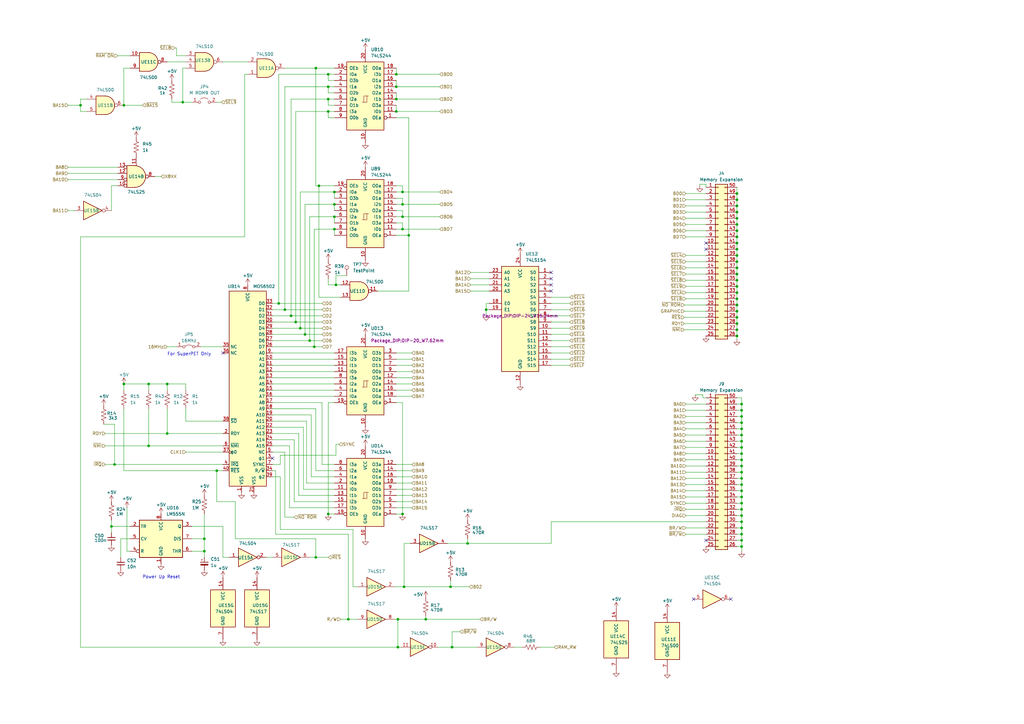
<source format=kicad_sch>
(kicad_sch (version 20250114) (generator "eeschema") (generator_version "9.0")
  (paper "A3")
  (title_block (title "CPU & Memory Expansion") (rev "E") (company "Commodore") (comment 1 "8032081-01") (comment 2 "Login Diagram Universal Dynamic PET") (comment 3 "http://www.zimmers.net/anonftp/pub/cbm/schematics/computers/pet/univ/8032081-01.gif"))
  (text "For SuperPET Only" (at 68.58 146.05 0) (effects (font (size 1.27 1.27)) (justify left bottom)))
  (text "Power Up Reset" (at 58.42 237.49 0) (effects (font (size 1.27 1.27)) (justify left bottom)))
  (junction (at 129.54 27.94))
  (junction (at 302.26 117.475))
  (junction (at 304.165 216.535))
  (junction (at 304.165 213.995))
  (junction (at 137.16 78.74))
  (junction (at 137.16 83.82))
  (junction (at 162.56 30.48))
  (junction (at 162.56 45.72))
  (junction (at 127 139.7))
  (junction (at 162.56 35.56))
  (junction (at 304.165 180.975))
  (junction (at 304.165 221.615))
  (junction (at 304.165 193.675))
  (junction (at 304.165 206.375))
  (junction (at 302.26 122.555))
  (junction (at 174.625 254))
  (junction (at 142.875 254))
  (junction (at 304.165 198.755))
  (junction (at 125.095 137.16))
  (junction (at 191.77 222.885))
  (junction (at 302.26 107.315))
  (junction (at 302.26 81.915))
  (junction (at 116.84 127))
  (junction (at 185.42 265.43))
  (junction (at 304.165 175.895))
  (junction (at 304.165 196.215))
  (junction (at 121.285 132.08))
  (junction (at 304.165 178.435))
  (junction (at 302.26 89.535))
  (junction (at 137.795 116.84))
  (junction (at 83.82 226.06))
  (junction (at 302.26 92.075))
  (junction (at 302.26 102.235))
  (junction (at 302.26 130.175))
  (junction (at 304.165 224.155))
  (junction (at 302.26 79.375))
  (junction (at 167.64 96.52))
  (junction (at 302.26 132.715))
  (junction (at 302.26 135.255))
  (junction (at 304.165 203.835))
  (junction (at 134.62 35.56))
  (junction (at 130.81 76.2))
  (junction (at 184.785 240.665))
  (junction (at 163.195 265.43))
  (junction (at 304.165 165.735))
  (junction (at 304.165 183.515))
  (junction (at 304.165 191.135))
  (junction (at 199.39 127))
  (junction (at 60.96 157.48))
  (junction (at 128.905 142.24))
  (junction (at 302.26 137.795))
  (junction (at 165.1 210.82))
  (junction (at 165.735 240.665))
  (junction (at 302.26 94.615))
  (junction (at 137.16 88.9))
  (junction (at 123.19 134.62))
  (junction (at 165.1 88.9))
  (junction (at 60.96 182.88))
  (junction (at 304.165 208.915))
  (junction (at 304.165 188.595))
  (junction (at 304.165 219.075))
  (junction (at 304.165 211.455))
  (junction (at 45.72 215.9))
  (junction (at 129.54 228.6))
  (junction (at 46.99 190.5))
  (junction (at 302.26 112.395))
  (junction (at 302.26 127.635))
  (junction (at 119.38 129.54))
  (junction (at 302.26 86.995))
  (junction (at 304.165 201.295))
  (junction (at 134.62 40.64))
  (junction (at 302.26 97.155))
  (junction (at 83.82 220.98))
  (junction (at 162.56 40.64))
  (junction (at 134.62 30.48))
  (junction (at 134.62 45.72))
  (junction (at 114.3 124.46))
  (junction (at 137.16 93.98))
  (junction (at 68.58 177.8))
  (junction (at 302.26 114.935))
  (junction (at 304.165 170.815))
  (junction (at 165.1 83.82))
  (junction (at 302.26 125.095))
  (junction (at 74.93 41.91))
  (junction (at 68.58 157.48))
  (junction (at 302.26 84.455))
  (junction (at 33.02 43.18))
  (junction (at 304.165 173.355))
  (junction (at 50.8 43.18))
  (junction (at 302.26 120.015))
  (junction (at 304.165 186.055))
  (junction (at 165.1 93.98))
  (junction (at 163.195 254))
  (junction (at 302.26 109.855))
  (junction (at 302.26 99.695))
  (junction (at 165.1 78.74))
  (junction (at 302.26 104.775))
  (junction (at 50.8 157.48))
  (junction (at 304.165 168.275))
  (junction (at 88.9 193.04))
  (junction (at 134.62 210.82))
  (no_connect (at 226.06 111.76))
  (no_connect (at 289.56 102.235))
  (no_connect (at 289.56 221.615))
  (no_connect (at 111.76 187.96))
  (no_connect (at 299.72 245.745))
  (no_connect (at 226.06 114.3))
  (no_connect (at 289.56 99.695))
  (no_connect (at 226.06 119.38))
  (no_connect (at 284.48 245.745))
  (no_connect (at 91.44 144.78))
  (no_connect (at 226.06 116.84))
  (wire (pts (xy 137.16 76.2) (xy 130.81 76.2)))
  (wire (pts (xy 52.07 208.28) (xy 52.07 226.06)))
  (wire (pts (xy 304.165 193.675) (xy 302.26 193.675)))
  (wire (pts (xy 125.73 198.12) (xy 137.16 198.12)))
  (wire (pts (xy 119.38 129.54) (xy 132.08 129.54)))
  (wire (pts (xy 162.56 38.1) (xy 162.56 40.64)))
  (wire (pts (xy 193.04 116.84) (xy 200.66 116.84)))
  (wire (pts (xy 139.7 121.92) (xy 130.81 121.92)))
  (wire (pts (xy 125.095 137.16) (xy 132.08 137.16)))
  (wire (pts (xy 125.73 172.72) (xy 125.73 198.12)))
  (wire (pts (xy 154.94 119.38) (xy 167.64 119.38)))
  (wire (pts (xy 191.77 222.885) (xy 191.77 220.98)))
  (wire (pts (xy 127 88.9) (xy 137.16 88.9)))
  (wire (pts (xy 304.165 213.995) (xy 302.26 213.995)))
  (wire (pts (xy 111.76 190.5) (xy 114.935 190.5)))
  (wire (pts (xy 281.305 97.155) (xy 289.56 97.155)))
  (wire (pts (xy 281.305 173.355) (xy 289.56 173.355)))
  (wire (pts (xy 165.1 93.98) (xy 162.56 93.98)))
  (wire (pts (xy 168.275 222.885) (xy 165.735 222.885)))
  (wire (pts (xy 162.56 205.74) (xy 168.91 205.74)))
  (wire (pts (xy 165.1 88.9) (xy 162.56 88.9)))
  (wire (pts (xy 302.26 196.215) (xy 304.165 196.215)))
  (wire (pts (xy 123.19 134.62) (xy 132.08 134.62)))
  (wire (pts (xy 304.165 206.375) (xy 304.165 203.835)))
  (wire (pts (xy 114.935 190.5) (xy 114.935 186.69)))
  (wire (pts (xy 137.16 38.1) (xy 134.62 38.1)))
  (wire (pts (xy 302.26 170.815) (xy 304.165 170.815)))
  (wire (pts (xy 48.26 76.2) (xy 45.72 76.2)))
  (wire (pts (xy 134.62 165.1) (xy 137.16 165.1)))
  (wire (pts (xy 163.195 254) (xy 174.625 254)))
  (wire (pts (xy 74.93 27.94) (xy 74.93 41.91)))
  (wire (pts (xy 45.72 215.9) (xy 45.72 213.36)))
  (wire (pts (xy 281.305 104.775) (xy 289.56 104.775)))
  (wire (pts (xy 304.165 208.915) (xy 304.165 206.375)))
  (wire (pts (xy 191.77 222.885) (xy 226.06 222.885)))
  (wire (pts (xy 287.02 75.565) (xy 289.56 75.565)))
  (wire (pts (xy 281.305 165.735) (xy 289.56 165.735)))
  (wire (pts (xy 199.39 128.905) (xy 199.39 127)))
  (wire (pts (xy 127.635 195.58) (xy 137.16 195.58)))
  (wire (pts (xy 111.76 149.86) (xy 137.16 149.86)))
  (wire (pts (xy 165.1 88.9) (xy 180.34 88.9)))
  (wire (pts (xy 165.1 165.1) (xy 162.56 165.1)))
  (wire (pts (xy 162.56 40.64) (xy 180.34 40.64)))
  (wire (pts (xy 304.165 219.075) (xy 302.26 219.075)))
  (wire (pts (xy 302.26 94.615) (xy 302.26 97.155)))
  (wire (pts (xy 121.285 45.72) (xy 134.62 45.72)))
  (wire (pts (xy 137.795 186.69) (xy 137.795 182.245)))
  (wire (pts (xy 226.06 149.86) (xy 233.68 149.86)))
  (wire (pts (xy 33.02 97.155) (xy 100.33 97.155)))
  (wire (pts (xy 162.56 208.28) (xy 168.91 208.28)))
  (wire (pts (xy 139.7 254) (xy 142.875 254)))
  (wire (pts (xy 162.56 160.02) (xy 168.91 160.02)))
  (wire (pts (xy 226.06 213.995) (xy 226.06 222.885)))
  (wire (pts (xy 304.165 173.355) (xy 302.26 173.355)))
  (wire (pts (xy 76.2 167.64) (xy 76.2 172.72)))
  (wire (pts (xy 304.165 219.075) (xy 304.165 216.535)))
  (wire (pts (xy 281.305 196.215) (xy 289.56 196.215)))
  (wire (pts (xy 210.82 265.43) (xy 213.995 265.43)))
  (wire (pts (xy 281.305 89.535) (xy 289.56 89.535)))
  (wire (pts (xy 68.58 142.24) (xy 72.39 142.24)))
  (wire (pts (xy 302.26 92.075) (xy 302.26 94.615)))
  (wire (pts (xy 35.56 40.64) (xy 33.02 40.64)))
  (wire (pts (xy 165.1 210.82) (xy 165.1 165.1)))
  (wire (pts (xy 304.165 216.535) (xy 304.165 213.995)))
  (wire (pts (xy 288.29 161.925) (xy 285.115 161.925)))
  (wire (pts (xy 111.76 170.18) (xy 127.635 170.18)))
  (wire (pts (xy 129.54 193.04) (xy 129.54 167.64)))
  (wire (pts (xy 114.935 217.17) (xy 114.935 195.58)))
  (wire (pts (xy 111.76 127) (xy 116.84 127)))
  (wire (pts (xy 125.095 83.82) (xy 137.16 83.82)))
  (wire (pts (xy 137.16 96.52) (xy 137.16 93.98)))
  (wire (pts (xy 45.72 215.9) (xy 53.34 215.9)))
  (wire (pts (xy 127.635 170.18) (xy 127.635 195.58)))
  (wire (pts (xy 122.555 203.2) (xy 137.16 203.2)))
  (wire (pts (xy 88.9 193.04) (xy 88.9 205.74)))
  (wire (pts (xy 137.795 113.03) (xy 137.795 116.84)))
  (wire (pts (xy 48.26 22.86) (xy 53.34 22.86)))
  (wire (pts (xy 60.96 160.02) (xy 60.96 157.48)))
  (wire (pts (xy 162.56 45.72) (xy 180.34 45.72)))
  (wire (pts (xy 83.82 220.98) (xy 83.82 226.06)))
  (wire (pts (xy 304.165 178.435) (xy 304.165 175.895)))
  (wire (pts (xy 185.42 265.43) (xy 195.58 265.43)))
  (wire (pts (xy 144.78 217.17) (xy 114.935 217.17)))
  (wire (pts (xy 137.16 43.18) (xy 134.62 43.18)))
  (wire (pts (xy 280.67 127.635) (xy 289.56 127.635)))
  (wire (pts (xy 302.26 86.995) (xy 302.26 89.535)))
  (wire (pts (xy 162.56 43.18) (xy 162.56 45.72)))
  (wire (pts (xy 114.3 30.48) (xy 134.62 30.48)))
  (wire (pts (xy 302.26 81.915) (xy 302.26 84.455)))
  (wire (pts (xy 281.305 219.075) (xy 289.56 219.075)))
  (wire (pts (xy 281.305 94.615) (xy 289.56 94.615)))
  (wire (pts (xy 120.65 205.74) (xy 137.16 205.74)))
  (wire (pts (xy 111.76 185.42) (xy 116.84 185.42)))
  (wire (pts (xy 45.72 218.44) (xy 45.72 215.9)))
  (wire (pts (xy 281.305 120.015) (xy 289.56 120.015)))
  (wire (pts (xy 72.39 22.86) (xy 76.2 22.86)))
  (wire (pts (xy 134.62 33.02) (xy 134.62 30.48)))
  (wire (pts (xy 165.735 222.885) (xy 165.735 240.665)))
  (wire (pts (xy 304.165 175.895) (xy 304.165 173.355)))
  (wire (pts (xy 50.8 167.64) (xy 50.8 193.04)))
  (wire (pts (xy 116.84 35.56) (xy 116.84 127)))
  (wire (pts (xy 120.65 205.74) (xy 120.65 180.34)))
  (wire (pts (xy 137.16 93.98) (xy 128.905 93.98)))
  (wire (pts (xy 226.06 124.46) (xy 233.68 124.46)))
  (wire (pts (xy 111.76 137.16) (xy 125.095 137.16)))
  (wire (pts (xy 111.76 162.56) (xy 137.16 162.56)))
  (wire (pts (xy 116.84 27.94) (xy 129.54 27.94)))
  (wire (pts (xy 165.1 78.74) (xy 180.34 78.74)))
  (wire (pts (xy 111.76 160.02) (xy 137.16 160.02)))
  (wire (pts (xy 302.26 130.175) (xy 302.26 132.715)))
  (wire (pts (xy 72.39 19.685) (xy 72.39 22.86)))
  (wire (pts (xy 167.64 119.38) (xy 167.64 96.52)))
  (wire (pts (xy 111.76 144.78) (xy 137.16 144.78)))
  (wire (pts (xy 132.08 190.5) (xy 137.16 190.5)))
  (wire (pts (xy 281.305 178.435) (xy 289.56 178.435)))
  (wire (pts (xy 144.78 240.665) (xy 144.78 217.17)))
  (wire (pts (xy 129.54 167.64) (xy 111.76 167.64)))
  (wire (pts (xy 304.165 173.355) (xy 304.165 170.815)))
  (wire (pts (xy 304.165 193.675) (xy 304.165 191.135)))
  (wire (pts (xy 49.53 228.6) (xy 49.53 220.98)))
  (wire (pts (xy 122.555 177.8) (xy 122.555 203.2)))
  (wire (pts (xy 46.99 173.99) (xy 46.99 190.5)))
  (wire (pts (xy 125.095 137.16) (xy 125.095 83.82)))
  (wire (pts (xy 134.62 43.18) (xy 134.62 40.64)))
  (wire (pts (xy 167.64 48.26) (xy 162.56 48.26)))
  (wire (pts (xy 165.735 240.665) (xy 184.785 240.665)))
  (wire (pts (xy 113.03 193.04) (xy 113.03 219.075)))
  (wire (pts (xy 226.06 129.54) (xy 233.68 129.54)))
  (wire (pts (xy 281.305 186.055) (xy 289.56 186.055)))
  (wire (pts (xy 164.465 265.43) (xy 163.195 265.43)))
  (wire (pts (xy 134.62 38.1) (xy 134.62 35.56)))
  (wire (pts (xy 302.26 201.295) (xy 304.165 201.295)))
  (wire (pts (xy 82.55 142.24) (xy 91.44 142.24)))
  (wire (pts (xy 100.33 30.48) (xy 101.6 30.48)))
  (wire (pts (xy 281.305 201.295) (xy 289.56 201.295)))
  (wire (pts (xy 304.165 224.155) (xy 304.165 221.615)))
  (wire (pts (xy 281.305 168.275) (xy 289.56 168.275)))
  (wire (pts (xy 302.26 132.715) (xy 302.26 135.255)))
  (wire (pts (xy 174.625 252.73) (xy 174.625 254)))
  (wire (pts (xy 100.33 97.155) (xy 100.33 30.48)))
  (wire (pts (xy 111.76 180.34) (xy 120.65 180.34)))
  (wire (pts (xy 302.26 89.535) (xy 302.26 92.075)))
  (wire (pts (xy 304.165 191.135) (xy 304.165 188.595)))
  (wire (pts (xy 281.305 198.755) (xy 289.56 198.755)))
  (wire (pts (xy 302.26 216.535) (xy 304.165 216.535)))
  (wire (pts (xy 76.2 27.94) (xy 74.93 27.94)))
  (wire (pts (xy 33.02 40.64) (xy 33.02 43.18)))
  (wire (pts (xy 302.26 125.095) (xy 302.26 127.635)))
  (wire (pts (xy 304.165 213.995) (xy 304.165 211.455)))
  (wire (pts (xy 281.305 122.555) (xy 289.56 122.555)))
  (wire (pts (xy 288.29 163.195) (xy 288.29 161.925)))
  (wire (pts (xy 50.8 27.94) (xy 53.34 27.94)))
  (wire (pts (xy 226.06 139.7) (xy 233.68 139.7)))
  (wire (pts (xy 63.5 72.39) (xy 66.04 72.39)))
  (wire (pts (xy 281.305 170.815) (xy 289.56 170.815)))
  (wire (pts (xy 111.76 124.46) (xy 114.3 124.46)))
  (wire (pts (xy 193.04 119.38) (xy 200.66 119.38)))
  (wire (pts (xy 304.165 163.195) (xy 302.26 163.195)))
  (wire (pts (xy 114.935 195.58) (xy 111.76 195.58)))
  (wire (pts (xy 281.305 86.995) (xy 289.56 86.995)))
  (wire (pts (xy 304.165 208.915) (xy 302.26 208.915)))
  (wire (pts (xy 162.56 162.56) (xy 168.91 162.56)))
  (wire (pts (xy 165.1 83.82) (xy 162.56 83.82)))
  (wire (pts (xy 49.53 220.98) (xy 53.34 220.98)))
  (wire (pts (xy 302.26 165.735) (xy 304.165 165.735)))
  (wire (pts (xy 111.76 175.26) (xy 124.46 175.26)))
  (wire (pts (xy 281.305 211.455) (xy 289.56 211.455)))
  (wire (pts (xy 281.305 216.535) (xy 289.56 216.535)))
  (wire (pts (xy 121.285 132.08) (xy 132.08 132.08)))
  (wire (pts (xy 199.39 127) (xy 200.66 127)))
  (wire (pts (xy 162.56 91.44) (xy 165.1 91.44)))
  (wire (pts (xy 111.76 172.72) (xy 125.73 172.72)))
  (wire (pts (xy 162.56 30.48) (xy 180.34 30.48)))
  (wire (pts (xy 123.19 134.62) (xy 123.19 78.74)))
  (wire (pts (xy 281.305 193.675) (xy 289.56 193.675)))
  (wire (pts (xy 302.26 122.555) (xy 302.26 125.095)))
  (wire (pts (xy 116.84 127) (xy 132.08 127)))
  (wire (pts (xy 185.42 265.43) (xy 185.42 259.08)))
  (wire (pts (xy 162.56 144.78) (xy 168.91 144.78)))
  (wire (pts (xy 226.06 142.24) (xy 233.68 142.24)))
  (wire (pts (xy 127 139.7) (xy 132.08 139.7)))
  (wire (pts (xy 68.58 160.02) (xy 68.58 157.48)))
  (wire (pts (xy 281.305 180.975) (xy 289.56 180.975)))
  (wire (pts (xy 167.64 96.52) (xy 167.64 48.26)))
  (wire (pts (xy 302.26 221.615) (xy 304.165 221.615)))
  (wire (pts (xy 74.93 41.91) (xy 78.74 41.91)))
  (wire (pts (xy 43.18 177.8) (xy 68.58 177.8)))
  (wire (pts (xy 50.8 43.18) (xy 50.8 27.94)))
  (wire (pts (xy 302.26 79.375) (xy 302.26 81.915)))
  (wire (pts (xy 162.56 96.52) (xy 167.64 96.52)))
  (wire (pts (xy 302.26 206.375) (xy 304.165 206.375)))
  (wire (pts (xy 304.165 188.595) (xy 302.26 188.595)))
  (wire (pts (xy 304.165 183.515) (xy 304.165 180.975)))
  (wire (pts (xy 96.52 220.98) (xy 96.52 205.74)))
  (wire (pts (xy 74.93 41.91) (xy 70.485 41.91)))
  (wire (pts (xy 226.06 121.92) (xy 233.68 121.92)))
  (wire (pts (xy 127 139.7) (xy 127 88.9)))
  (wire (pts (xy 163.195 254) (xy 161.925 254)))
  (wire (pts (xy 88.9 193.04) (xy 50.8 193.04)))
  (wire (pts (xy 302.26 117.475) (xy 302.26 120.015)))
  (wire (pts (xy 53.34 226.06) (xy 52.07 226.06)))
  (wire (pts (xy 302.26 137.795) (xy 302.26 139.065)))
  (wire (pts (xy 226.06 147.32) (xy 233.68 147.32)))
  (wire (pts (xy 91.44 228.6) (xy 91.44 215.9)))
  (wire (pts (xy 134.62 114.3) (xy 134.62 116.84)))
  (wire (pts (xy 124.46 200.66) (xy 137.16 200.66)))
  (wire (pts (xy 281.305 84.455) (xy 289.56 84.455)))
  (wire (pts (xy 91.44 25.4) (xy 101.6 25.4)))
  (wire (pts (xy 134.62 30.48) (xy 137.16 30.48)))
  (wire (pts (xy 281.305 92.075) (xy 289.56 92.075)))
  (wire (pts (xy 304.165 221.615) (xy 304.165 219.075)))
  (wire (pts (xy 68.58 25.4) (xy 76.2 25.4)))
  (wire (pts (xy 111.76 139.7) (xy 127 139.7)))
  (wire (pts (xy 304.165 183.515) (xy 302.26 183.515)))
  (wire (pts (xy 162.56 35.56) (xy 180.34 35.56)))
  (wire (pts (xy 162.56 200.66) (xy 168.91 200.66)))
  (wire (pts (xy 304.165 188.595) (xy 304.165 186.055)))
  (wire (pts (xy 302.26 99.695) (xy 302.26 102.235)))
  (wire (pts (xy 142.875 254) (xy 146.685 254)))
  (wire (pts (xy 165.1 81.28) (xy 165.1 83.82)))
  (wire (pts (xy 111.76 129.54) (xy 119.38 129.54)))
  (wire (pts (xy 302.26 107.315) (xy 302.26 109.855)))
  (wire (pts (xy 83.82 220.98) (xy 78.74 220.98)))
  (wire (pts (xy 304.165 203.835) (xy 304.165 201.295)))
  (wire (pts (xy 134.62 35.56) (xy 137.16 35.56)))
  (wire (pts (xy 162.56 210.82) (xy 165.1 210.82)))
  (wire (pts (xy 281.305 114.935) (xy 289.56 114.935)))
  (wire (pts (xy 226.06 144.78) (xy 233.68 144.78)))
  (wire (pts (xy 304.165 165.735) (xy 304.165 163.195)))
  (wire (pts (xy 46.99 190.5) (xy 91.44 190.5)))
  (wire (pts (xy 33.02 43.18) (xy 33.02 45.72)))
  (wire (pts (xy 137.16 86.36) (xy 137.16 83.82)))
  (wire (pts (xy 304.165 170.815) (xy 304.165 168.275)))
  (wire (pts (xy 304.165 178.435) (xy 302.26 178.435)))
  (wire (pts (xy 76.2 160.02) (xy 76.2 157.48)))
  (wire (pts (xy 281.305 191.135) (xy 289.56 191.135)))
  (wire (pts (xy 304.165 198.755) (xy 302.26 198.755)))
  (wire (pts (xy 111.76 154.94) (xy 137.16 154.94)))
  (wire (pts (xy 137.795 116.84) (xy 139.7 116.84)))
  (wire (pts (xy 33.02 265.43) (xy 33.02 97.155)))
  (wire (pts (xy 199.39 124.46) (xy 200.66 124.46)))
  (wire (pts (xy 302.26 180.975) (xy 304.165 180.975)))
  (wire (pts (xy 193.04 111.76) (xy 200.66 111.76)))
  (wire (pts (xy 280.67 125.095) (xy 289.56 125.095)))
  (wire (pts (xy 118.745 182.88) (xy 118.745 208.28)))
  (wire (pts (xy 111.76 152.4) (xy 137.16 152.4)))
  (wire (pts (xy 78.74 226.06) (xy 83.82 226.06)))
  (wire (pts (xy 162.56 193.04) (xy 168.91 193.04)))
  (wire (pts (xy 137.16 48.26) (xy 134.62 48.26)))
  (wire (pts (xy 302.26 120.015) (xy 302.26 122.555)))
  (wire (pts (xy 137.16 81.28) (xy 137.16 78.74)))
  (wire (pts (xy 304.165 201.295) (xy 304.165 198.755)))
  (wire (pts (xy 281.305 175.895) (xy 289.56 175.895)))
  (wire (pts (xy 162.56 81.28) (xy 165.1 81.28)))
  (wire (pts (xy 185.42 259.08) (xy 188.595 259.08)))
  (wire (pts (xy 70.485 41.91) (xy 70.485 40.64)))
  (wire (pts (xy 91.44 182.88) (xy 60.96 182.88)))
  (wire (pts (xy 27.94 73.66) (xy 48.26 73.66)))
  (wire (pts (xy 302.26 175.895) (xy 304.165 175.895)))
  (wire (pts (xy 302.26 104.775) (xy 302.26 107.315)))
  (wire (pts (xy 162.56 86.36) (xy 165.1 86.36)))
  (wire (pts (xy 302.26 109.855) (xy 302.26 112.395)))
  (wire (pts (xy 162.56 195.58) (xy 168.91 195.58)))
  (wire (pts (xy 289.56 163.195) (xy 288.29 163.195)))
  (wire (pts (xy 118.745 208.28) (xy 137.16 208.28)))
  (wire (pts (xy 302.26 76.835) (xy 302.26 79.375)))
  (wire (pts (xy 111.76 147.32) (xy 137.16 147.32)))
  (wire (pts (xy 116.84 185.42) (xy 116.84 212.09)))
  (wire (pts (xy 163.195 265.43) (xy 33.02 265.43)))
  (wire (pts (xy 302.26 211.455) (xy 304.165 211.455)))
  (wire (pts (xy 304.165 168.275) (xy 302.26 168.275)))
  (wire (pts (xy 193.04 114.3) (xy 200.66 114.3)))
  (wire (pts (xy 304.165 198.755) (xy 304.165 196.215)))
  (wire (pts (xy 33.02 45.72) (xy 35.56 45.72)))
  (wire (pts (xy 142.875 219.075) (xy 142.875 254)))
  (wire (pts (xy 287.02 76.2) (xy 287.02 75.565)))
  (wire (pts (xy 130.81 76.2) (xy 130.81 121.92)))
  (wire (pts (xy 165.1 91.44) (xy 165.1 93.98)))
  (wire (pts (xy 184.785 240.665) (xy 192.405 240.665)))
  (wire (pts (xy 302.26 135.255) (xy 302.26 137.795)))
  (wire (pts (xy 78.74 215.9) (xy 91.44 215.9)))
  (wire (pts (xy 162.56 152.4) (xy 168.91 152.4)))
  (wire (pts (xy 226.06 137.16) (xy 233.68 137.16)))
  (wire (pts (xy 280.67 132.715) (xy 289.56 132.715)))
  (wire (pts (xy 119.38 40.64) (xy 119.38 129.54)))
  (wire (pts (xy 127 228.6) (xy 129.54 228.6)))
  (wire (pts (xy 165.1 86.36) (xy 165.1 88.9)))
  (wire (pts (xy 304.165 226.06) (xy 304.165 224.155)))
  (wire (pts (xy 137.795 182.245) (xy 139.065 182.245)))
  (wire (pts (xy 302.26 224.155) (xy 304.165 224.155)))
  (wire (pts (xy 226.06 213.995) (xy 289.56 213.995)))
  (wire (pts (xy 165.1 76.2) (xy 162.56 76.2)))
  (wire (pts (xy 130.81 76.2) (xy 129.54 76.2)))
  (wire (pts (xy 68.58 157.48) (xy 76.2 157.48)))
  (wire (pts (xy 129.54 27.94) (xy 137.16 27.94)))
  (wire (pts (xy 302.26 97.155) (xy 302.26 99.695)))
  (wire (pts (xy 128.905 93.98) (xy 128.905 142.24)))
  (wire (pts (xy 50.8 43.18) (xy 58.42 43.18)))
  (wire (pts (xy 27.94 43.18) (xy 33.02 43.18)))
  (wire (pts (xy 128.905 142.24) (xy 132.08 142.24)))
  (wire (pts (xy 162.56 198.12) (xy 168.91 198.12)))
  (wire (pts (xy 302.26 84.455) (xy 302.26 86.995)))
  (wire (pts (xy 71.755 19.685) (xy 72.39 19.685)))
  (wire (pts (xy 162.56 30.48) (xy 162.56 27.94)))
  (wire (pts (xy 304.165 211.455) (xy 304.165 208.915)))
  (wire (pts (xy 281.305 203.835) (xy 289.56 203.835)))
  (wire (pts (xy 116.84 35.56) (xy 134.62 35.56)))
  (wire (pts (xy 162.56 190.5) (xy 168.91 190.5)))
  (wire (pts (xy 183.515 222.885) (xy 191.77 222.885)))
  (wire (pts (xy 76.2 185.42) (xy 91.44 185.42)))
  (wire (pts (xy 281.305 206.375) (xy 289.56 206.375)))
  (wire (pts (xy 111.76 182.88) (xy 118.745 182.88)))
  (wire (pts (xy 184.785 240.665) (xy 184.785 238.125)))
  (wire (pts (xy 281.305 208.915) (xy 289.56 208.915)))
  (wire (pts (xy 43.18 190.5) (xy 46.99 190.5)))
  (wire (pts (xy 162.56 78.74) (xy 165.1 78.74)))
  (wire (pts (xy 281.305 112.395) (xy 289.56 112.395)))
  (wire (pts (xy 304.165 168.275) (xy 304.165 165.735)))
  (wire (pts (xy 121.285 45.72) (xy 121.285 132.08)))
  (wire (pts (xy 114.3 124.46) (xy 132.08 124.46)))
  (wire (pts (xy 111.76 132.08) (xy 121.285 132.08)))
  (wire (pts (xy 289.56 75.565) (xy 289.56 76.835)))
  (wire (pts (xy 42.545 173.99) (xy 46.99 173.99)))
  (wire (pts (xy 199.39 127) (xy 199.39 124.46)))
  (wire (pts (xy 161.925 240.665) (xy 165.735 240.665)))
  (wire (pts (xy 129.54 27.94) (xy 129.54 76.2)))
  (wire (pts (xy 134.62 48.26) (xy 134.62 45.72)))
  (wire (pts (xy 114.3 30.48) (xy 114.3 124.46)))
  (wire (pts (xy 281.305 107.315) (xy 289.56 107.315)))
  (wire (pts (xy 111.76 177.8) (xy 122.555 177.8)))
  (wire (pts (xy 142.24 113.03) (xy 137.795 113.03)))
  (wire (pts (xy 137.16 33.02) (xy 134.62 33.02)))
  (wire (pts (xy 43.18 182.88) (xy 60.96 182.88)))
  (wire (pts (xy 163.195 265.43) (xy 163.195 254)))
  (wire (pts (xy 129.54 220.98) (xy 96.52 220.98)))
  (wire (pts (xy 111.76 134.62) (xy 123.19 134.62)))
  (wire (pts (xy 137.16 210.82) (xy 134.62 210.82)))
  (wire (pts (xy 60.96 157.48) (xy 50.8 157.48)))
  (wire (pts (xy 162.56 33.02) (xy 162.56 35.56)))
  (wire (pts (xy 111.76 193.04) (xy 113.03 193.04)))
  (wire (pts (xy 165.1 78.74) (xy 165.1 76.2)))
  (wire (pts (xy 114.935 186.69) (xy 137.795 186.69)))
  (wire (pts (xy 27.94 71.12) (xy 48.26 71.12)))
  (wire (pts (xy 123.19 78.74) (xy 137.16 78.74)))
  (wire (pts (xy 83.82 228.6) (xy 83.82 226.06)))
  (wire (pts (xy 83.82 210.82) (xy 83.82 220.98)))
  (wire (pts (xy 96.52 205.74) (xy 88.9 205.74)))
  (wire (pts (xy 226.06 127) (xy 233.68 127)))
  (wire (pts (xy 162.56 147.32) (xy 168.91 147.32)))
  (wire (pts (xy 281.305 79.375) (xy 289.56 79.375)))
  (wire (pts (xy 124.46 175.26) (xy 124.46 200.66)))
  (wire (pts (xy 226.06 132.08) (xy 233.68 132.08)))
  (wire (pts (xy 281.305 117.475) (xy 289.56 117.475)))
  (wire (pts (xy 302.26 127.635) (xy 302.26 130.175)))
  (wire (pts (xy 91.44 177.8) (xy 68.58 177.8)))
  (wire (pts (xy 113.03 219.075) (xy 142.875 219.075)))
  (wire (pts (xy 109.22 228.6) (xy 111.76 228.6)))
  (wire (pts (xy 162.56 157.48) (xy 168.91 157.48)))
  (wire (pts (xy 302.26 114.935) (xy 302.26 117.475)))
  (wire (pts (xy 165.1 93.98) (xy 180.34 93.98)))
  (wire (pts (xy 134.62 116.84) (xy 137.795 116.84)))
  (wire (pts (xy 60.96 167.64) (xy 60.96 182.88)))
  (wire (pts (xy 304.165 203.835) (xy 302.26 203.835)))
  (wire (pts (xy 302.26 191.135) (xy 304.165 191.135)))
  (wire (pts (xy 162.56 203.2) (xy 168.91 203.2)))
  (wire (pts (xy 129.54 228.6) (xy 129.54 220.98)))
  (wire (pts (xy 76.2 172.72) (xy 91.44 172.72)))
  (wire (pts (xy 221.615 265.43) (xy 227.33 265.43)))
  (wire (pts (xy 60.96 157.48) (xy 68.58 157.48)))
  (wire (pts (xy 281.305 109.855) (xy 289.56 109.855)))
  (wire (pts (xy 116.84 212.09) (xy 120.65 212.09)))
  (wire (pts (xy 45.72 76.2) (xy 45.72 86.36)))
  (wire (pts (xy 137.16 91.44) (xy 137.16 88.9)))
  (wire (pts (xy 119.38 40.64) (xy 134.62 40.64)))
  (wire (pts (xy 281.305 188.595) (xy 289.56 188.595)))
  (wire (pts (xy 134.62 210.82) (xy 134.62 165.1)))
  (wire (pts (xy 280.67 135.255) (xy 289.56 135.255)))
  (wire (pts (xy 132.08 165.1) (xy 132.08 190.5)))
  (wire (pts (xy 50.8 157.48) (xy 50.8 160.02)))
  (wire (pts (xy 68.58 167.64) (xy 68.58 177.8)))
  (wire (pts (xy 165.1 83.82) (xy 180.34 83.82)))
  (wire (pts (xy 27.94 86.36) (xy 30.48 86.36)))
  (wire (pts (xy 93.98 228.6) (xy 91.44 228.6)))
  (wire (pts (xy 111.76 157.48) (xy 137.16 157.48)))
  (wire (pts (xy 281.305 81.915) (xy 289.56 81.915)))
  (wire (pts (xy 304.165 180.975) (xy 304.165 178.435)))
  (wire (pts (xy 302.26 102.235) (xy 302.26 104.775)))
  (wire (pts (xy 134.62 40.64) (xy 137.16 40.64)))
  (wire (pts (xy 162.56 149.86) (xy 168.91 149.86)))
  (wire (pts (xy 134.62 45.72) (xy 137.16 45.72)))
  (wire (pts (xy 302.26 112.395) (xy 302.26 114.935)))
  (wire (pts (xy 179.705 265.43) (xy 185.42 265.43)))
  (wire (pts (xy 302.26 186.055) (xy 304.165 186.055)))
  (wire (pts (xy 304.165 196.215) (xy 304.165 193.675)))
  (wire (pts (xy 111.76 165.1) (xy 132.08 165.1)))
  (wire (pts (xy 88.9 41.91) (xy 90.805 41.91)))
  (wire (pts (xy 27.94 68.58) (xy 48.26 68.58)))
  (wire (pts (xy 162.56 154.94) (xy 168.91 154.94)))
  (wire (pts (xy 174.625 254) (xy 196.85 254)))
  (wire (pts (xy 111.76 142.24) (xy 128.905 142.24)))
  (wire (pts (xy 91.44 193.04) (xy 88.9 193.04)))
  (wire (pts (xy 146.685 240.665) (xy 144.78 240.665)))
  (wire (pts (xy 137.16 193.04) (xy 129.54 193.04)))
  (wire (pts (xy 129.54 228.6) (xy 134.62 228.6)))
  (wire (pts (xy 304.165 186.055) (xy 304.165 183.515)))
  (wire (pts (xy 226.06 134.62) (xy 233.68 134.62)))
  (wire (pts (xy 280.67 130.175) (xy 289.56 130.175)))
  (wire (pts (xy 281.305 183.515) (xy 289.56 183.515)))
  (hierarchical_label "BD4" (shape input) (at 281.305 89.535 180))
  (hierarchical_label "D5" (shape input) (at 132.08 137.16 0))
  (hierarchical_label "~{SEL9}" (shape input) (at 281.305 117.475 180))
  (hierarchical_label "BA7" (shape input) (at 168.91 162.56 0))
  (hierarchical_label "BA6" (shape input) (at 281.305 180.975 180))
  (hierarchical_label "BD3" (shape input) (at 281.305 86.995 180))
  (hierarchical_label "BR{slash}W" (shape input) (at 196.85 254 0))
  (hierarchical_label "BA1" (shape input) (at 168.91 147.32 0))
  (hierarchical_label "BA13" (shape input) (at 281.305 198.755 180))
  (hierarchical_label "BD4" (shape input) (at 180.34 78.74 0))
  (hierarchical_label "RDY" (shape input) (at 280.67 132.715 180))
  (hierarchical_label "~{SELB}" (shape input) (at 233.68 139.7 0))
  (hierarchical_label "BD6" (shape input) (at 180.34 88.9 0))
  (hierarchical_label "BA8" (shape input) (at 168.91 190.5 0))
  (hierarchical_label "BA2" (shape input) (at 168.91 149.86 0))
  (hierarchical_label "~{SEL6}" (shape input) (at 233.68 127 0))
  (hierarchical_label "~{SELE}" (shape input) (at 233.68 147.32 0))
  (hierarchical_label "R{slash}W" (shape input) (at 139.7 254 180))
  (hierarchical_label "GRAPHIC" (shape input) (at 280.67 127.635 180))
  (hierarchical_label "BD1" (shape input) (at 180.34 35.56 0))
  (hierarchical_label "BD0" (shape input) (at 281.305 79.375 180))
  (hierarchical_label "BA10" (shape input) (at 168.91 195.58 0))
  (hierarchical_label "BA4" (shape input) (at 168.91 154.94 0))
  (hierarchical_label "BD5" (shape input) (at 180.34 83.82 0))
  (hierarchical_label "CLK1" (shape input) (at 76.2 185.42 180))
  (hierarchical_label "D3" (shape input) (at 132.08 132.08 0))
  (hierarchical_label "RDY" (shape input) (at 43.18 177.8 180))
  (hierarchical_label "~{SELC}" (shape input) (at 233.68 142.24 0))
  (hierarchical_label "BA13" (shape input) (at 193.04 114.3 180))
  (hierarchical_label "~{SEL5}" (shape input) (at 281.305 107.315 180))
  (hierarchical_label "BA9" (shape input) (at 281.305 188.595 180))
  (hierarchical_label "BD7" (shape input) (at 180.34 93.98 0))
  (hierarchical_label "BA0" (shape input) (at 168.91 144.78 0))
  (hierarchical_label "SYNC" (shape input) (at 139.065 182.245 0))
  (hierarchical_label "~{SEL8}" (shape input) (at 71.755 19.685 180))
  (hierarchical_label "BA12" (shape input) (at 193.04 111.76 180))
  (hierarchical_label "BA12" (shape input) (at 168.91 200.66 0))
  (hierarchical_label "~{SELD}" (shape input) (at 233.68 144.78 0))
  (hierarchical_label "BA11" (shape input) (at 168.91 198.12 0))
  (hierarchical_label "~{NMI}" (shape input) (at 43.18 182.88 180))
  (hierarchical_label "RAM_RW" (shape input) (at 227.33 265.43 0))
  (hierarchical_label "BD3" (shape input) (at 180.34 45.72 0))
  (hierarchical_label "BA2" (shape input) (at 281.305 170.815 180))
  (hierarchical_label "~{SELA}" (shape input) (at 281.305 120.015 180))
  (hierarchical_label "BA15" (shape input) (at 27.94 43.18 180))
  (hierarchical_label "D2" (shape input) (at 132.08 129.54 0))
  (hierarchical_label "DIAG" (shape input) (at 281.305 211.455 180))
  (hierarchical_label "~{RAM ON}" (shape input) (at 48.26 22.86 180))
  (hierarchical_label "~{SELB}" (shape input) (at 281.305 122.555 180))
  (hierarchical_label "~{SEL7}" (shape input) (at 281.305 112.395 180))
  (hierarchical_label "BA3" (shape input) (at 281.305 173.355 180))
  (hierarchical_label "BA1" (shape input) (at 281.305 168.275 180))
  (hierarchical_label "~{SEL8}" (shape input) (at 281.305 114.935 180))
  (hierarchical_label "BR{slash}W" (shape input) (at 281.305 216.535 180))
  (hierarchical_label "~{SEL6}" (shape input) (at 281.305 109.855 180))
  (hierarchical_label "BA11" (shape input) (at 27.94 86.36 180))
  (hierarchical_label "BA11" (shape input) (at 281.305 193.675 180))
  (hierarchical_label "~{SEL4}" (shape input) (at 281.305 104.775 180))
  (hierarchical_label "BA6" (shape input) (at 168.91 160.02 0))
  (hierarchical_label "~{RES}" (shape input) (at 134.62 228.6 0))
  (hierarchical_label "SYNC" (shape input) (at 281.305 206.375 180))
  (hierarchical_label "BD1" (shape input) (at 281.305 81.915 180))
  (hierarchical_label "~{BR{slash}W}" (shape input) (at 281.305 219.075 180))
  (hierarchical_label "BA10" (shape input) (at 27.94 73.66 180))
  (hierarchical_label "~{BR{slash}W}" (shape input) (at 188.595 259.08 0))
  (hierarchical_label "16MHz" (shape input) (at 68.58 142.24 180))
  (hierarchical_label "BA12" (shape input) (at 281.305 196.215 180))
  (hierarchical_label "~{SEL9}" (shape input) (at 233.68 134.62 0))
  (hierarchical_label "X8XX" (shape input) (at 66.04 72.39 0))
  (hierarchical_label "BD2" (shape input) (at 281.305 84.455 180))
  (hierarchical_label "BA5" (shape input) (at 168.91 157.48 0))
  (hierarchical_label "BD0" (shape input) (at 180.34 30.48 0))
  (hierarchical_label "~{RES}" (shape input) (at 280.67 130.175 180))
  (hierarchical_label "BA9" (shape input) (at 27.94 71.12 180))
  (hierarchical_label "BA0" (shape input) (at 281.305 165.735 180))
  (hierarchical_label "BA15" (shape input) (at 168.91 208.28 0))
  (hierarchical_label "~{NO ROM}" (shape input) (at 280.67 125.095 180))
  (hierarchical_label "D4" (shape input) (at 132.08 134.62 0))
  (hierarchical_label "~{SEL5}" (shape input) (at 233.68 124.46 0))
  (hierarchical_label "BA9" (shape input) (at 168.91 193.04 0))
  (hierarchical_label "BD6" (shape input) (at 281.305 94.615 180))
  (hierarchical_label "~{NMI}" (shape input) (at 280.67 135.255 180))
  (hierarchical_label "BA13" (shape input) (at 168.91 203.2 0))
  (hierarchical_label "BA15" (shape input) (at 193.04 119.38 180))
  (hierarchical_label "BA3" (shape input) (at 168.91 152.4 0))
  (hierarchical_label "BD7" (shape input) (at 281.305 97.155 180))
  (hierarchical_label "BA15" (shape input) (at 281.305 203.835 180))
  (hierarchical_label "~{SELF}" (shape input) (at 233.68 149.86 0))
  (hierarchical_label "BA4" (shape input) (at 281.305 175.895 180))
  (hierarchical_label "~{BA15}" (shape input) (at 58.42 43.18 0))
  (hierarchical_label "~{SEL9}" (shape input) (at 90.805 41.91 0))
  (hierarchical_label "BA8" (shape input) (at 281.305 186.055 180))
  (hierarchical_label "~{IRQ}" (shape input) (at 43.18 190.5 180))
  (hierarchical_label "BA7" (shape input) (at 281.305 183.515 180))
  (hierarchical_label "D0" (shape input) (at 132.08 124.46 0))
  (hierarchical_label "BA5" (shape input) (at 281.305 178.435 180))
  (hierarchical_label "BA14" (shape input) (at 281.305 201.295 180))
  (hierarchical_label "D6" (shape input) (at 132.08 139.7 0))
  (hierarchical_label "D1" (shape input) (at 132.08 127 0))
  (hierarchical_label "~{NO ROM}" (shape input) (at 120.65 212.09 0))
  (hierarchical_label "BA10" (shape input) (at 281.305 191.135 180))
  (hierarchical_label "BA14" (shape input) (at 168.91 205.74 0))
  (hierarchical_label "~{SEL7}" (shape input) (at 233.68 129.54 0))
  (hierarchical_label "D7" (shape input) (at 132.08 142.24 0))
  (hierarchical_label "~{SEL4}" (shape input) (at 233.68 121.92 0))
  (hierarchical_label "B02" (shape input) (at 192.405 240.665 0))
  (hierarchical_label "BD5" (shape input) (at 281.305 92.075 180))
  (hierarchical_label "BD2" (shape input) (at 180.34 40.64 0))
  (hierarchical_label "~{SEL8}" (shape input) (at 233.68 132.08 0))
  (hierarchical_label "BA14" (shape input) (at 193.04 116.84 180))
  (hierarchical_label "~{IRQ}" (shape input) (at 281.305 208.915 180))
  (hierarchical_label "~{SELA}" (shape input) (at 233.68 137.16 0))
  (hierarchical_label "BA8" (shape input) (at 27.94 68.58 180))
  (symbol (lib_id "Device:R_US") (at 50.8 163.83 0) (unit 1)
    (property "Reference" "R15" (at 53.34 162.56 0) (effects (justify left)))
    (property "Value" "1k" (at 53.34 165.1 0) (effects (justify left)))
    (property "Footprint" "Resistors:R_Axial" (effects (hide yes)))
  )
  (symbol (lib_id "Connector_Generic:Conn_02x25_Counter_Clockwise") (at 294.64 193.675 0) (unit 1)
    (property "Reference" "J9" (at 295.91 157.48 0))
    (property "Value" "Memory Expansion" (at 295.91 160.02 0))
    (property "Footprint" "Connectors:2x25 Pin Header J9" (effects (hide yes)))
  )
  (symbol (lib_id "Device:R_US") (at 191.77 217.17 0) (unit 1)
    (property "Reference" "R16" (at 193.675 216.535 0) (effects (justify left)))
    (property "Value" "470R" (at 193.675 218.44 0) (effects (justify left)))
    (property "Footprint" "Resistors:R_Axial" (effects (hide yes)))
  )
  (symbol (lib_id "power:+5V") (at 45.72 205.74 0) (unit 1)
    (property "Reference" "#PWR071" (effects (hide yes)))
    (property "Value" "+5V" (at 45.72 201.93 0))
  )
  (symbol (lib_id "Device:R_US") (at 217.805 265.43 90) (unit 1)
    (property "Reference" "R46" (at 218.44 260.985 90) (effects (justify left)))
    (property "Value" "68R" (at 219.71 262.89 90) (effects (justify left)))
    (property "Footprint" "Resistors:R_Axial" (effects (hide yes)))
  )
  (symbol (lib_id "74xx:74LS00") (at 109.22 27.94 0) (mirror x) (unit 1)
    (property "Reference" "UE11" (at 109.22 27.94 0))
    (property "Value" "74LS00" (at 108.585 22.225 0))
    (property "Footprint" "Package_DIP:DIP-14_W7.62mm" (effects (hide yes)))
    (property "Datasheet" "http://www.ti.com/lit/gpn/sn74ls00" (effects (hide yes)))
  )
  (symbol (lib_id "power:+5V") (at 213.36 104.14 0) (unit 1)
    (property "Reference" "#PWR0275" (effects (hide yes)))
    (property "Value" "+5V" (at 213.36 100.33 0))
  )
  (symbol (lib_id "power:GND") (at 213.36 157.48 0) (unit 1)
    (property "Reference" "#PWR079" (effects (hide yes)))
    (property "Value" "GND" (effects (hide yes)))
  )
  (symbol (lib_id "Connector:TestPoint") (at 142.24 113.03 0) (unit 1)
    (property "Reference" "TP7" (at 144.78 108.458 0) (effects (justify left)))
    (property "Value" "TestPoint" (at 144.78 110.998 0) (effects (justify left)))
    (property "Footprint" "TestPoint:TestPoint_Pad_D1.0mm" (effects (hide yes)))
  )
  (symbol (lib_id "power:+5V") (at 55.88 56.515 0) (unit 1)
    (property "Reference" "#PWR051" (effects (hide yes)))
    (property "Value" "+5V" (at 55.88 52.705 0))
  )
  (symbol (lib_id "74xx:74LS04") (at 101.6 228.6 0) (unit 1)
    (property "Reference" "UE15" (at 100.711 228.727 0))
    (property "Value" "74LS04" (at 101.6 222.885 0))
    (property "Footprint" "Package_DIP:DIP-14_W7.62mm" (effects (hide yes)))
    (property "Datasheet" "http://www.ti.com/lit/gpn/sn74LS04" (effects (hide yes)))
  )
  (symbol (lib_id "power:GND") (at 149.86 220.98 0) (unit 1)
    (property "Reference" "#PWR061" (effects (hide yes)))
    (property "Value" "GND" (effects (hide yes)))
  )
  (symbol (lib_id "Logic:74LS25") (at 55.88 72.39 0) (unit 2)
    (property "Reference" "UE14" (at 55.88 72.39 0))
    (property "Value" "74LS25" (at 55.88 78.74 0))
    (property "Footprint" "Package_DIP:DIP-14_W7.62mm" (effects (hide yes)))
  )
  (symbol (lib_id "power:GND") (at 165.1 210.82 0) (unit 1)
    (property "Reference" "#PWR063" (effects (hide yes)))
    (property "Value" "GND" (effects (hide yes)))
  )
  (symbol (lib_id "power:GND") (at 105.41 262.255 0) (unit 1)
    (property "Reference" "#PWR0334" (effects (hide yes)))
    (property "Value" "GND" (effects (hide yes)))
  )
  (symbol (lib_id "Device:C_Small") (at 45.72 220.98 0) (unit 1)
    (property "Reference" "C50" (at 38.735 219.71 0) (effects (justify left)))
    (property "Value" "100n" (at 38.735 221.615 0) (effects (justify left)))
    (property "Footprint" "Capacitors:C_Axial" (effects (hide yes)))
  )
  (symbol (lib_id "power:+5V") (at 149.86 182.88 0) (unit 1)
    (property "Reference" "#PWR060" (effects (hide yes)))
    (property "Value" "+5V" (at 149.86 179.07 0))
  )
  (symbol (lib_id "Device:R_US") (at 42.545 170.18 0) (unit 1)
    (property "Reference" "R14" (at 43.815 169.545 0) (effects (justify left)))
    (property "Value" "3k3" (at 44.45 171.45 0) (effects (justify left)))
    (property "Footprint" "Resistors:R_Axial" (effects (hide yes)))
  )
  (symbol (lib_id "power:+5V") (at 52.07 208.28 0) (unit 1)
    (property "Reference" "#PWR072" (effects (hide yes)))
    (property "Value" "+5V" (at 52.07 204.47 0))
  )
  (symbol (lib_id "74xx:74LS04") (at 38.1 86.36 0) (unit 2)
    (property "Reference" "UE15" (at 37.465 86.36 0))
    (property "Value" "74LS04" (at 38.1 80.01 0))
    (property "Footprint" "Package_DIP:DIP-14_W7.62mm" (effects (hide yes)))
    (property "Datasheet" "http://www.ti.com/lit/gpn/sn74LS04" (effects (hide yes)))
  )
  (symbol (lib_id "power:+5V") (at 184.785 230.505 0) (unit 1)
    (property "Reference" "#PWR076" (effects (hide yes)))
    (property "Value" "+5V" (at 184.785 226.695 0))
  )
  (symbol (lib_id "power:GND") (at 149.86 175.26 0) (unit 1)
    (property "Reference" "#PWR058" (effects (hide yes)))
    (property "Value" "GND" (effects (hide yes)))
  )
  (symbol (lib_id "MOS:MOS6502") (at 101.6 154.94 0) (unit 1)
    (property "Reference" "UB14" (at 93.345 117.475 0) (effects (justify left)))
    (property "Value" "MOS6502" (at 103.7941 117.475 0) (effects (justify left)))
    (property "Footprint" "Package_DIP:DIP-40_W15.24mm" (effects (hide yes)))
    (property "Datasheet" "http://www.6502.org/documents/datasheets/mos/mos_6500_mpu_mar_1980.pdf" (effects (hide yes)))
  )
  (symbol (lib_id "power:+5V") (at 101.6 116.84 0) (unit 1)
    (property "Reference" "#PWR056" (effects (hide yes)))
    (property "Value" "+5V" (at 101.6 113.03 0))
  )
  (symbol (lib_id "74xx:74LS04") (at 91.44 249.555 0) (unit 7)
    (property "Reference" "UE15" (at 89.535 248.285 0) (effects (justify left)))
    (property "Value" "74LS04" (at 88.265 250.825 0) (effects (justify left)))
    (property "Footprint" "Package_DIP:DIP-14_W7.62mm" (effects (hide yes)))
    (property "Datasheet" "http://www.ti.com/lit/gpn/sn74LS04" (effects (hide yes)))
  )
  (symbol (lib_id "power:+5V") (at 174.625 245.11 0) (unit 1)
    (property "Reference" "#PWR078" (effects (hide yes)))
    (property "Value" "+5V" (at 171.45 243.84 0))
  )
  (symbol (lib_id "Device:R_US") (at 60.96 163.83 0) (unit 1)
    (property "Reference" "R43" (at 63.5 162.56 0) (effects (justify left)))
    (property "Value" "1k" (at 63.5 165.1 0) (effects (justify left)))
    (property "Footprint" "Resistors:R_Axial" (effects (hide yes)))
  )
  (symbol (lib_id "power:+5V") (at 105.41 236.855 0) (unit 1)
    (property "Reference" "#PWR0333" (effects (hide yes)))
    (property "Value" "+5V" (at 105.41 233.045 0))
  )
  (symbol (lib_id "power:+5V") (at 149.86 20.32 0) (unit 1)
    (property "Reference" "#PWR052" (effects (hide yes)))
    (property "Value" "+5V" (at 149.86 16.51 0))
  )
  (symbol (lib_id "power:+5V") (at 191.77 213.36 0) (unit 1)
    (property "Reference" "#PWR077" (effects (hide yes)))
    (property "Value" "+5V" (at 191.77 209.55 0))
  )
  (symbol (lib_id "Logic:74LS25") (at 252.73 262.255 0) (unit 3)
    (property "Reference" "UE14" (at 250.19 260.985 0) (effects (justify left)))
    (property "Value" "74LS25" (at 250.19 263.525 0) (effects (justify left)))
    (property "Footprint" "Package_DIP:DIP-14_W7.62mm" (effects (hide yes)))
  )
  (symbol (lib_id "power:GND") (at 289.56 137.795 0) (unit 1)
    (property "Reference" "#PWR0332" (effects (hide yes)))
    (property "Value" "GND" (effects (hide yes)))
  )
  (symbol (lib_id "Device:R_US") (at 70.485 36.83 0) (unit 1)
    (property "Reference" "R42" (at 64.77 36.195 0) (effects (justify left)))
    (property "Value" "1k" (at 65.405 38.1 0) (effects (justify left)))
    (property "Footprint" "Resistors:R_Axial" (effects (hide yes)))
  )
  (symbol (lib_id "Device:R_US") (at 55.88 60.325 0) (unit 1)
    (property "Reference" "R45" (at 58.42 59.055 0) (effects (justify left)))
    (property "Value" "1k" (at 58.42 61.595 0) (effects (justify left)))
    (property "Footprint" "Resistors:R_Axial" (effects (hide yes)))
  )
  (symbol (lib_id "power:GND") (at 252.73 274.955 0) (unit 1)
    (property "Reference" "#PWR0243" (effects (hide yes)))
    (property "Value" "GND" (effects (hide yes)))
  )
  (symbol (lib_id "power:GND") (at 199.39 128.905 0) (unit 1)
    (property "Reference" "#PWR080" (effects (hide yes)))
    (property "Value" "GND" (effects (hide yes)))
  )
  (symbol (lib_id "74xx:74LS154") (at 213.36 129.54 0) (unit 1)
    (property "Reference" "UE12" (at 215.5541 104.14 0) (effects (justify left)))
    (property "Value" "74LS154" (at 215.5541 106.68 0) (effects (justify left)))
    (property "Footprint" "Package_DIP:DIP-24_W15.24mm" (at 213.36 129.54 0))
    (property "Datasheet" "http://www.ti.com/lit/gpn/sn74LS154" (effects (hide yes)))
  )
  (symbol (lib_id "Logic:74LS244") (at 149.86 88.9 0) (unit 1)
    (property "Reference" "UB9" (at 152.0541 69.215 0) (effects (justify left)))
    (property "Value" "74LS244" (at 152.0541 71.755 0) (effects (justify left)))
    (property "Footprint" "Package_DIP:DIP-20_W7.62mm" (effects (hide yes)))
    (property "Datasheet" "http://www.ti.com/lit/ds/symlink/sn74ls244.pdf" (effects (hide yes)))
  )
  (symbol (lib_id "power:+5V") (at 149.86 137.16 0) (unit 1)
    (property "Reference" "#PWR059" (effects (hide yes)))
    (property "Value" "+5V" (at 149.86 133.35 0))
  )
  (symbol (lib_id "74xx:74LS07") (at 154.305 254 0) (unit 4)
    (property "Reference" "UD15" (at 153.67 254 0))
    (property "Value" "74LS17" (at 154.305 247.65 0))
    (property "Footprint" "Package_DIP:DIP-14_W7.62mm" (effects (hide yes)))
    (property "Datasheet" "www.ti.com/lit/ds/symlink/sn74ls07.pdf" (effects (hide yes)))
  )
  (symbol (lib_id "Connector_Generic:Conn_02x25_Counter_Clockwise") (at 294.64 107.315 0) (unit 1)
    (property "Reference" "J4" (at 295.91 71.12 0))
    (property "Value" "Memory Expansion" (at 295.91 73.66 0))
    (property "Footprint" "Connectors:2x25 Pin Header J9" (effects (hide yes)))
  )
  (symbol (lib_id "74xx:74LS04") (at 105.41 249.555 0) (unit 7)
    (property "Reference" "UD15" (at 103.505 248.285 0) (effects (justify left)))
    (property "Value" "74LS17" (at 102.235 250.825 0) (effects (justify left)))
    (property "Footprint" "Package_DIP:DIP-14_W7.62mm" (effects (hide yes)))
    (property "Datasheet" "http://www.ti.com/lit/gpn/sn74LS04" (effects (hide yes)))
  )
  (symbol (lib_id "power:GND") (at 134.62 210.82 0) (unit 1)
    (property "Reference" "#PWR062" (effects (hide yes)))
    (property "Value" "GND" (effects (hide yes)))
  )
  (symbol (lib_id "power:GND") (at 83.82 233.68 0) (unit 1)
    (property "Reference" "#PWR068" (effects (hide yes)))
    (property "Value" "GND" (effects (hide yes)))
  )
  (symbol (lib_id "74xx:74LS00") (at 147.32 119.38 0) (unit 4)
    (property "Reference" "UE11" (at 146.685 119.38 0))
    (property "Value" "74LS00" (at 153.67 115.57 0))
    (property "Footprint" "Package_DIP:DIP-14_W7.62mm" (effects (hide yes)))
    (property "Datasheet" "http://www.ti.com/lit/gpn/sn74ls00" (effects (hide yes)))
  )
  (symbol (lib_id "Device:R_US") (at 76.2 163.83 0) (unit 1)
    (property "Reference" "R1" (at 78.74 162.56 0) (effects (justify left)))
    (property "Value" "1k" (at 78.74 165.1 0) (effects (justify left)))
    (property "Footprint" "Resistors:R_Axial" (effects (hide yes)))
  )
  (symbol (lib_id "Logic:74LS244  - 3") (at 149.86 203.2 0) (unit 1)
    (property "Reference" "UD14" (at 152.0541 182.88 0) (effects (justify left)))
    (property "Value" "74LS244" (at 152.0541 185.42 0) (effects (justify left)))
    (property "Footprint" "Package_DIP:DIP-20_W7.62mm" (effects (hide yes)))
    (property "Datasheet" "http://www.ti.com/lit/ds/symlink/sn74ls244.pdf" (effects (hide yes)))
  )
  (symbol (lib_id "74xx:74LS04") (at 292.1 245.745 0) (unit 3)
    (property "Reference" "UE15" (at 292.1 236.855 0))
    (property "Value" "74LS04" (at 292.1 239.395 0))
    (property "Footprint" "Package_DIP:DIP-14_W7.62mm" (effects (hide yes)))
    (property "Datasheet" "http://www.ti.com/lit/gpn/sn74LS04" (effects (hide yes)))
  )
  (symbol (lib_id "power:GND") (at 149.86 106.68 0) (unit 1)
    (property "Reference" "#PWR055" (effects (hide yes)))
    (property "Value" "GND" (effects (hide yes)))
  )
  (symbol (lib_id "power:GND") (at 104.14 201.93 0) (unit 1)
    (property "Reference" "#PWR067" (effects (hide yes)))
    (property "Value" "GND" (effects (hide yes)))
  )
  (symbol (lib_id "Logic:74LS244  - 2") (at 149.86 157.48 0) (unit 1)
    (property "Reference" "UD13" (at 152.0541 134.62 0) (effects (justify left)))
    (property "Value" "74LS244" (at 152.0541 137.16 0) (effects (justify left)))
    (property "Footprint" "Package_DIP:DIP-20_W7.62mm" (at 152.0541 139.7 0) (effects (justify left)))
    (property "Datasheet" "http://www.ti.com/lit/ds/symlink/sn74ls244.pdf" (effects (hide yes)))
  )
  (symbol (lib_id "Jumper:Jumper_2_Bridged") (at 77.47 142.24 0) (unit 1) (in_bom no) (on_board no)
    (property "Reference" "JP5" (at 77.47 137.16 0))
    (property "Value" "16Mhz" (at 77.47 139.7 0))
  )
  (symbol (lib_id "power:+5V") (at 66.04 210.82 0) (unit 1)
    (property "Reference" "#PWR070" (effects (hide yes)))
    (property "Value" "+5V" (at 66.04 207.01 0))
  )
  (symbol (lib_id "Logic:74LS244") (at 149.86 40.64 0) (unit 1)
    (property "Reference" "UB10" (at 152.0541 20.32 0) (effects (justify left)))
    (property "Value" "74LS244" (at 152.0541 22.86 0) (effects (justify left)))
    (property "Footprint" "Package_DIP:DIP-20_W7.62mm" (effects (hide yes)))
    (property "Datasheet" "http://www.ti.com/lit/ds/symlink/sn74ls244.pdf" (effects (hide yes)))
  )
  (symbol (lib_id "power:GND") (at 273.685 275.59 0) (unit 1)
    (property "Reference" "#PWR0245" (effects (hide yes)))
    (property "Value" "GND" (effects (hide yes)))
  )
  (symbol (lib_id "Device:R_US") (at 134.62 110.49 0) (unit 1)
    (property "Reference" "R39" (at 137.16 109.22 0) (effects (justify left)))
    (property "Value" "1k" (at 137.16 111.76 0) (effects (justify left)))
    (property "Footprint" "Resistors:R_Axial" (effects (hide yes)))
  )
  (symbol (lib_id "74xx:74LS07") (at 154.305 240.665 0) (unit 1)
    (property "Reference" "UD15" (at 153.67 240.665 0))
    (property "Value" "74LS17" (at 154.305 234.315 0))
    (property "Footprint" "Package_DIP:DIP-14_W7.62mm" (effects (hide yes)))
    (property "Datasheet" "www.ti.com/lit/ds/symlink/sn74ls07.pdf" (effects (hide yes)))
  )
  (symbol (lib_id "power:+5V") (at 149.86 68.58 0) (unit 1)
    (property "Reference" "#PWR054" (effects (hide yes)))
    (property "Value" "+5V" (at 149.86 64.77 0))
  )
  (symbol (lib_id "Device:C_Polarized_Small") (at 83.82 231.14 0) (unit 1)
    (property "Reference" "C51" (at 86.36 229.3239 0) (effects (justify left)))
    (property "Value" "1u" (at 86.36 231.8639 0) (effects (justify left)))
    (property "Footprint" "Capacitor_THT:CP_Radial_Tantal_D4.5mm_P2.50mm" (effects (hide yes)))
  )
  (symbol (lib_id "power:GND") (at 99.06 201.93 0) (unit 1)
    (property "Reference" "#PWR066" (effects (hide yes)))
    (property "Value" "GND" (effects (hide yes)))
  )
  (symbol (lib_id "74xx:74LS00") (at 43.18 43.18 0) (unit 2)
    (property "Reference" "UE11" (at 43.18 43.18 0))
    (property "Value" "74LS00" (at 43.1717 36.83 0))
    (property "Footprint" "Package_DIP:DIP-14_W7.62mm" (effects (hide yes)))
    (property "Datasheet" "http://www.ti.com/lit/gpn/sn74ls00" (effects (hide yes)))
  )
  (symbol (lib_id "power:+5V") (at 70.485 33.02 0) (unit 1)
    (property "Reference" "#PWR081" (effects (hide yes)))
    (property "Value" "+5V" (at 70.485 29.21 0))
  )
  (symbol (lib_id "power:GND") (at 149.86 58.42 0) (unit 1)
    (property "Reference" "#PWR053" (effects (hide yes)))
    (property "Value" "GND" (effects (hide yes)))
  )
  (symbol (lib_id "Device:R_US") (at 45.72 209.55 0) (unit 1)
    (property "Reference" "R24" (at 47.625 208.915 0) (effects (justify left)))
    (property "Value" "1M" (at 47.625 210.82 0) (effects (justify left)))
    (property "Footprint" "Resistors:R_Axial" (effects (hide yes)))
  )
  (symbol (lib_id "74xx:74LS07") (at 175.895 222.885 0) (unit 2)
    (property "Reference" "UD15" (at 175.26 222.885 0))
    (property "Value" "74LS17" (at 175.895 216.535 0))
    (property "Footprint" "Package_DIP:DIP-14_W7.62mm" (effects (hide yes)))
    (property "Datasheet" "www.ti.com/lit/ds/symlink/sn74ls07.pdf" (effects (hide yes)))
  )
  (symbol (lib_id "power:GND") (at 45.72 223.52 0) (unit 1)
    (property "Reference" "#PWR075" (effects (hide yes)))
    (property "Value" "GND" (effects (hide yes)))
  )
  (symbol (lib_id "74xx:74LS04") (at 203.2 265.43 0) (unit 4)
    (property "Reference" "UE15" (at 202.565 265.43 0))
    (property "Value" "74LS04" (at 203.2 259.715 0))
    (property "Footprint" "Package_DIP:DIP-14_W7.62mm" (effects (hide yes)))
    (property "Datasheet" "http://www.ti.com/lit/gpn/sn74LS04" (effects (hide yes)))
  )
  (symbol (lib_id "Device:R_US") (at 83.82 207.01 0) (unit 1)
    (property "Reference" "R25" (at 78.74 205.74 0) (effects (justify left)))
    (property "Value" "1M" (at 78.74 208.28 0) (effects (justify left)))
    (property "Footprint" "Resistors:R_Axial" (effects (hide yes)))
  )
  (symbol (lib_id "power:+5V") (at 252.73 249.555 0) (unit 1)
    (property "Reference" "#PWR0244" (effects (hide yes)))
    (property "Value" "+5V" (at 252.73 245.745 0))
  )
  (symbol (lib_id "74xx:74LS04") (at 172.085 265.43 0) (unit 5)
    (property "Reference" "UE15" (at 171.45 265.43 0))
    (property "Value" "74LS04" (at 172.085 259.715 0))
    (property "Footprint" "Package_DIP:DIP-14_W7.62mm" (effects (hide yes)))
    (property "Datasheet" "http://www.ti.com/lit/gpn/sn74LS04" (effects (hide yes)))
  )
  (symbol (lib_id "power:+5V") (at 50.8 157.48 0) (unit 1)
    (property "Reference" "#PWR064" (effects (hide yes)))
    (property "Value" "+5V" (at 50.8 153.67 0))
  )
  (symbol (lib_id "power:+5V") (at 42.545 166.37 0) (unit 1)
    (property "Reference" "#PWR065" (effects (hide yes)))
    (property "Value" "+5V" (at 42.545 162.56 0))
  )
  (symbol (lib_id "power:GND") (at 302.26 139.065 0) (unit 1)
    (property "Reference" "#PWR038" (effects (hide yes)))
    (property "Value" "GND" (effects (hide yes)))
  )
  (symbol (lib_id "74xx:74LS10") (at 83.82 25.4 0) (unit 2)
    (property "Reference" "UE13" (at 83.185 24.765 0))
    (property "Value" "74LS10" (at 83.8117 19.05 0))
    (property "Footprint" "Package_DIP:DIP-14_W7.62mm" (effects (hide yes)))
    (property "Datasheet" "http://www.ti.com/lit/gpn/sn74LS10" (effects (hide yes)))
  )
  (symbol (lib_id "74xx:74LS07") (at 119.38 228.6 0) (unit 3)
    (property "Reference" "UD15" (at 119.38 228.6 0))
    (property "Value" "74LS17" (at 119.38 223.52 0))
    (property "Footprint" "Package_DIP:DIP-14_W7.62mm" (effects (hide yes)))
    (property "Datasheet" "www.ti.com/lit/ds/symlink/sn74ls07.pdf" (effects (hide yes)))
  )
  (symbol (lib_id "power:GND") (at 285.115 161.925 0) (unit 1)
    (property "Reference" "#PWR0327" (effects (hide yes)))
    (property "Value" "GND" (effects (hide yes)))
  )
  (symbol (lib_id "power:+5V") (at 91.44 236.855 0) (unit 1)
    (property "Reference" "#PWR041" (effects (hide yes)))
    (property "Value" "+5V" (at 91.44 233.045 0))
  )
  (symbol (lib_id "Device:R_US") (at 68.58 163.83 0) (unit 1)
    (property "Reference" "R12" (at 71.12 162.56 0) (effects (justify left)))
    (property "Value" "1k" (at 71.12 165.1 0) (effects (justify left)))
    (property "Footprint" "Resistors:R_Axial" (effects (hide yes)))
  )
  (symbol (lib_id "74xx:74LS00") (at 60.96 25.4 0) (mirror x) (unit 3)
    (property "Reference" "UE11" (at 60.96 25.4 0))
    (property "Value" "74LS00" (at 60.9517 31.75 0))
    (property "Footprint" "Package_DIP:DIP-14_W7.62mm" (effects (hide yes)))
    (property "Datasheet" "http://www.ti.com/lit/gpn/sn74ls00" (effects (hide yes)))
  )
  (symbol (lib_id "Jumper:Jumper_2_Open") (at 83.82 41.91 0) (unit 1) (in_bom no)
    (property "Reference" "JP4" (at 83.82 35.56 0))
    (property "Value" "M ROM9 OUT" (at 83.82 38.1 0))
    (property "Footprint" "Jumpers:Jumper-9.6mm" (effects (hide yes)))
  )
  (symbol (lib_id "74xx:74LS00") (at 273.685 262.89 0) (unit 5)
    (property "Reference" "UE11" (at 271.145 262.255 0) (effects (justify left)))
    (property "Value" "74LS00" (at 271.145 264.795 0) (effects (justify left)))
    (property "Footprint" "Package_DIP:DIP-14_W7.62mm" (effects (hide yes)))
    (property "Datasheet" "http://www.ti.com/lit/gpn/sn74ls00" (effects (hide yes)))
  )
  (symbol (lib_id "power:+5V") (at 273.685 250.19 0) (unit 1)
    (property "Reference" "#PWR0296" (effects (hide yes)))
    (property "Value" "+5V" (at 273.685 246.38 0))
  )
  (symbol (lib_id "power:GND") (at 91.44 262.255 0) (unit 1)
    (property "Reference" "#PWR0242" (effects (hide yes)))
    (property "Value" "GND" (effects (hide yes)))
  )
  (symbol (lib_id "power:GND") (at 289.56 224.155 0) (unit 1)
    (property "Reference" "#PWR0325" (effects (hide yes)))
    (property "Value" "GND" (effects (hide yes)))
  )
  (symbol (lib_id "power:GND") (at 49.53 233.68 0) (unit 1)
    (property "Reference" "#PWR074" (effects (hide yes)))
    (property "Value" "GND" (effects (hide yes)))
  )
  (symbol (lib_id "power:GND") (at 287.02 76.2 0) (unit 1)
    (property "Reference" "#PWR033" (effects (hide yes)))
    (property "Value" "GND" (effects (hide yes)))
  )
  (symbol (lib_id "Device:R_US") (at 184.785 234.315 0) (unit 1)
    (property "Reference" "R13" (at 186.69 233.68 0) (effects (justify left)))
    (property "Value" "470R" (at 186.69 235.585 0) (effects (justify left)))
    (property "Footprint" "Resistors:R_Axial" (effects (hide yes)))
  )
  (symbol (lib_id "power:+5V") (at 134.62 106.68 0) (unit 1)
    (property "Reference" "#PWR057" (effects (hide yes)))
    (property "Value" "+5V" (at 134.62 102.87 0))
  )
  (symbol (lib_id "Timer:LM555xN") (at 66.04 220.98 0) (unit 1)
    (property "Reference" "UD16" (at 68.2341 208.28 0) (effects (justify left)))
    (property "Value" "LM555N" (at 68.2341 210.82 0) (effects (justify left)))
    (property "Footprint" "Package_DIP:DIP-8_W7.62mm" (effects (hide yes)))
    (property "Datasheet" "http://www.ti.com/lit/ds/symlink/lm555.pdf" (effects (hide yes)))
  )
  (symbol (lib_id "power:GND") (at 66.04 231.14 0) (unit 1)
    (property "Reference" "#PWR073" (effects (hide yes)))
    (property "Value" "GND" (effects (hide yes)))
  )
  (symbol (lib_id "power:GND") (at 304.165 226.06 0) (unit 1)
    (property "Reference" "#PWR0326" (effects (hide yes)))
    (property "Value" "GND" (effects (hide yes)))
  )
  (symbol (lib_id "power:+5V") (at 83.82 203.2 0) (unit 1)
    (property "Reference" "#PWR069" (effects (hide yes)))
    (property "Value" "+5V" (at 83.82 199.39 0))
  )
  (symbol (lib_id "Device:C_Small") (at 49.53 231.14 0) (unit 1)
    (property "Reference" "C52" (at 52.07 229.87 0) (effects (justify left)))
    (property "Value" "10n" (at 52.07 232.41 0) (effects (justify left)))
    (property "Footprint" "Capacitors:C_Axial" (effects (hide yes)))
  )
  (symbol (lib_id "Device:R_US") (at 174.625 248.92 0) (unit 1)
    (property "Reference" "R17" (at 176.53 248.285 0) (effects (justify left)))
    (property "Value" "470R" (at 176.53 250.19 0) (effects (justify left)))
    (property "Footprint" "Resistors:R_Axial" (effects (hide yes)))
  )
)
</source>
